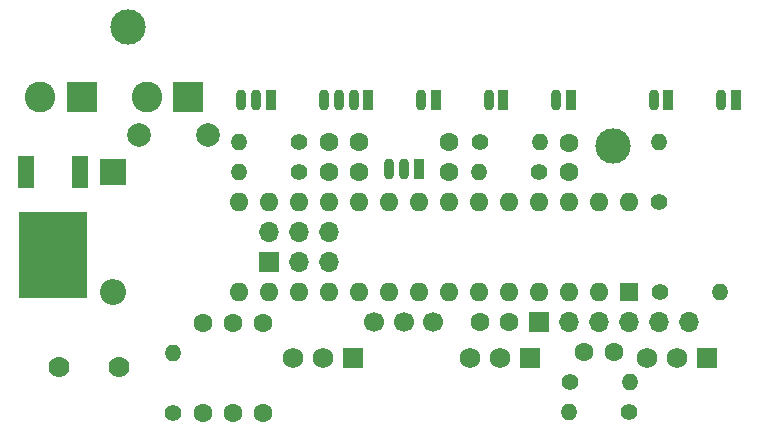
<source format=gbs>
G04 #@! TF.FileFunction,Soldermask,Bot*
%FSLAX46Y46*%
G04 Gerber Fmt 4.6, Leading zero omitted, Abs format (unit mm)*
G04 Created by KiCad (PCBNEW 4.0.7) date 08/30/19 18:47:50*
%MOMM*%
%LPD*%
G01*
G04 APERTURE LIST*
%ADD10C,0.100000*%
%ADD11O,0.900000X1.800000*%
%ADD12R,0.900000X1.700000*%
%ADD13R,0.850000X1.700000*%
%ADD14O,0.850000X1.800000*%
%ADD15C,1.600000*%
%ADD16R,2.200000X2.200000*%
%ADD17O,2.200000X2.200000*%
%ADD18C,2.000000*%
%ADD19C,1.778000*%
%ADD20R,1.700000X1.700000*%
%ADD21O,1.700000X1.700000*%
%ADD22C,3.000000*%
%ADD23C,1.750000*%
%ADD24R,1.750000X1.750000*%
%ADD25R,1.600000X1.600000*%
%ADD26O,1.600000X1.600000*%
%ADD27R,2.600000X2.600000*%
%ADD28C,2.600000*%
%ADD29C,1.700000*%
%ADD30C,1.400000*%
%ADD31O,1.400000X1.400000*%
%ADD32R,1.400000X2.700000*%
%ADD33R,5.800000X7.400000*%
G04 APERTURE END LIST*
D10*
D11*
X150358000Y-92380000D03*
X149088000Y-92380000D03*
D12*
X151628000Y-92380000D03*
D13*
X139055000Y-86500000D03*
D14*
X137805000Y-86500000D03*
X136555000Y-86500000D03*
D13*
X147310000Y-86500000D03*
D14*
X146060000Y-86500000D03*
X144810000Y-86500000D03*
X143560000Y-86500000D03*
D15*
X133350000Y-105410000D03*
X133350000Y-113030000D03*
D16*
X125720000Y-92615000D03*
D17*
X125720000Y-102775000D03*
D18*
X127900000Y-89440000D03*
X133700000Y-89440000D03*
D19*
X126228000Y-109125000D03*
X121148000Y-109125000D03*
D20*
X161788000Y-105315000D03*
D21*
X164328000Y-105315000D03*
X166868000Y-105315000D03*
X169408000Y-105315000D03*
X171948000Y-105315000D03*
X174488000Y-105315000D03*
D22*
X167998000Y-90365000D03*
D23*
X170918000Y-108365000D03*
X173458000Y-108365000D03*
D24*
X175998000Y-108365000D03*
D22*
X126998000Y-80365000D03*
D25*
X169408000Y-102775000D03*
D26*
X136388000Y-95155000D03*
X166868000Y-102775000D03*
X138928000Y-95155000D03*
X164328000Y-102775000D03*
X141468000Y-95155000D03*
X161788000Y-102775000D03*
X144008000Y-95155000D03*
X159248000Y-102775000D03*
X146548000Y-95155000D03*
X156708000Y-102775000D03*
X149088000Y-95155000D03*
X154168000Y-102775000D03*
X151628000Y-95155000D03*
X151628000Y-102775000D03*
X154168000Y-95155000D03*
X149088000Y-102775000D03*
X156708000Y-95155000D03*
X146548000Y-102775000D03*
X159248000Y-95155000D03*
X144008000Y-102775000D03*
X161788000Y-95155000D03*
X141468000Y-102775000D03*
X164328000Y-95155000D03*
X138928000Y-102775000D03*
X166868000Y-95155000D03*
X136388000Y-102775000D03*
X169408000Y-95155000D03*
D27*
X132070000Y-86265000D03*
D28*
X128570000Y-86265000D03*
D27*
X123053000Y-86265000D03*
D28*
X119553000Y-86265000D03*
D29*
X147818000Y-105315000D03*
X150318000Y-105315000D03*
X152818000Y-105315000D03*
D30*
X164368000Y-110395000D03*
D31*
X169448000Y-110395000D03*
D30*
X169368000Y-112935000D03*
D31*
X164288000Y-112935000D03*
D15*
X154168000Y-90075000D03*
X154168000Y-92575000D03*
X146548000Y-90075000D03*
X146548000Y-92575000D03*
X159248000Y-105315000D03*
X156748000Y-105315000D03*
X144008000Y-90075000D03*
X144008000Y-92575000D03*
X165598000Y-107855000D03*
X168098000Y-107855000D03*
D30*
X171988000Y-102775000D03*
D31*
X177068000Y-102775000D03*
D15*
X164328000Y-92615000D03*
X164328000Y-90115000D03*
D30*
X156748000Y-90075000D03*
D31*
X161828000Y-90075000D03*
D30*
X161748000Y-92615000D03*
D31*
X156668000Y-92615000D03*
D23*
X155918000Y-108365000D03*
X158458000Y-108365000D03*
D24*
X160998000Y-108365000D03*
D23*
X140918000Y-108365000D03*
X143458000Y-108365000D03*
D24*
X145998000Y-108365000D03*
D30*
X141428000Y-92615000D03*
D31*
X136348000Y-92615000D03*
D30*
X141428000Y-90075000D03*
D31*
X136348000Y-90075000D03*
D30*
X171948000Y-95115000D03*
D31*
X171948000Y-90035000D03*
D15*
X135890000Y-105410000D03*
X135890000Y-113030000D03*
D30*
X130810000Y-112990000D03*
D31*
X130810000Y-107910000D03*
D20*
X138928000Y-100235000D03*
D21*
X138928000Y-97695000D03*
X141468000Y-100235000D03*
X141468000Y-97695000D03*
X144008000Y-100235000D03*
X144008000Y-97695000D03*
D32*
X118360000Y-92610000D03*
X122920000Y-92610000D03*
D33*
X120640000Y-99592000D03*
D15*
X138430000Y-105410000D03*
X138430000Y-113030000D03*
D13*
X172710000Y-86500000D03*
D14*
X171460000Y-86500000D03*
D13*
X164455000Y-86500000D03*
D14*
X163205000Y-86500000D03*
D13*
X178425000Y-86500000D03*
D14*
X177175000Y-86500000D03*
D13*
X153025000Y-86500000D03*
D14*
X151775000Y-86500000D03*
D13*
X158740000Y-86500000D03*
D14*
X157490000Y-86500000D03*
M02*

</source>
